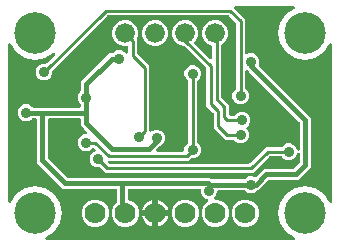
<source format=gbr>
G04 EAGLE Gerber RS-274X export*
G75*
%MOMM*%
%FSLAX34Y34*%
%LPD*%
%INBottom Copper*%
%IPPOS*%
%AMOC8*
5,1,8,0,0,1.08239X$1,22.5*%
G01*
%ADD10C,3.516000*%
%ADD11C,1.778000*%
%ADD12C,1.676400*%
%ADD13C,0.906400*%
%ADD14C,0.254000*%
%ADD15C,0.406400*%

G36*
X244100Y2554D02*
X244100Y2554D01*
X244204Y2558D01*
X244257Y2574D01*
X244311Y2581D01*
X244408Y2619D01*
X244509Y2649D01*
X244556Y2677D01*
X244607Y2698D01*
X244692Y2759D01*
X244781Y2813D01*
X244820Y2852D01*
X244865Y2884D01*
X244931Y2965D01*
X245004Y3039D01*
X245032Y3087D01*
X245067Y3129D01*
X245112Y3224D01*
X245164Y3314D01*
X245179Y3367D01*
X245203Y3417D01*
X245222Y3520D01*
X245251Y3620D01*
X245252Y3675D01*
X245263Y3729D01*
X245256Y3834D01*
X245259Y3938D01*
X245246Y3992D01*
X245243Y4047D01*
X245211Y4146D01*
X245187Y4248D01*
X245162Y4297D01*
X245145Y4349D01*
X245089Y4438D01*
X245041Y4530D01*
X245004Y4572D01*
X244975Y4618D01*
X244899Y4690D01*
X244829Y4768D01*
X244759Y4821D01*
X244743Y4836D01*
X244730Y4843D01*
X244701Y4865D01*
X237966Y9366D01*
X233050Y16722D01*
X231324Y25400D01*
X233050Y34078D01*
X237966Y41434D01*
X245322Y46350D01*
X254000Y48076D01*
X262678Y46350D01*
X270034Y41434D01*
X274535Y34699D01*
X274603Y34620D01*
X274664Y34535D01*
X274707Y34500D01*
X274743Y34459D01*
X274829Y34399D01*
X274909Y34333D01*
X274959Y34309D01*
X275005Y34278D01*
X275103Y34242D01*
X275197Y34197D01*
X275251Y34187D01*
X275303Y34168D01*
X275407Y34157D01*
X275510Y34137D01*
X275565Y34141D01*
X275619Y34135D01*
X275723Y34151D01*
X275827Y34157D01*
X275879Y34174D01*
X275934Y34182D01*
X276030Y34223D01*
X276129Y34255D01*
X276176Y34285D01*
X276227Y34306D01*
X276310Y34369D01*
X276398Y34425D01*
X276436Y34465D01*
X276480Y34499D01*
X276545Y34581D01*
X276616Y34657D01*
X276643Y34705D01*
X276677Y34748D01*
X276719Y34844D01*
X276770Y34935D01*
X276783Y34989D01*
X276806Y35039D01*
X276823Y35142D01*
X276849Y35243D01*
X276855Y35331D01*
X276858Y35353D01*
X276857Y35368D01*
X276859Y35404D01*
X276859Y167796D01*
X276846Y167900D01*
X276842Y168004D01*
X276826Y168057D01*
X276819Y168111D01*
X276781Y168208D01*
X276751Y168309D01*
X276723Y168356D01*
X276702Y168407D01*
X276641Y168492D01*
X276587Y168581D01*
X276548Y168620D01*
X276516Y168665D01*
X276435Y168731D01*
X276361Y168804D01*
X276313Y168832D01*
X276271Y168867D01*
X276176Y168912D01*
X276086Y168964D01*
X276033Y168979D01*
X275983Y169003D01*
X275880Y169022D01*
X275780Y169051D01*
X275725Y169052D01*
X275671Y169063D01*
X275566Y169056D01*
X275462Y169059D01*
X275408Y169046D01*
X275353Y169043D01*
X275254Y169011D01*
X275152Y168987D01*
X275103Y168962D01*
X275051Y168945D01*
X274962Y168889D01*
X274870Y168841D01*
X274828Y168804D01*
X274782Y168775D01*
X274710Y168699D01*
X274632Y168629D01*
X274579Y168559D01*
X274564Y168543D01*
X274557Y168530D01*
X274535Y168501D01*
X270034Y161766D01*
X262678Y156850D01*
X254000Y155124D01*
X245322Y156850D01*
X237966Y161766D01*
X233050Y169122D01*
X231324Y177800D01*
X233050Y186478D01*
X237966Y193834D01*
X244701Y198335D01*
X244780Y198403D01*
X244865Y198464D01*
X244900Y198507D01*
X244941Y198543D01*
X245001Y198629D01*
X245067Y198709D01*
X245091Y198759D01*
X245122Y198805D01*
X245158Y198903D01*
X245203Y198997D01*
X245213Y199051D01*
X245232Y199103D01*
X245243Y199207D01*
X245263Y199310D01*
X245259Y199365D01*
X245265Y199419D01*
X245249Y199523D01*
X245243Y199627D01*
X245226Y199679D01*
X245218Y199734D01*
X245177Y199830D01*
X245145Y199929D01*
X245115Y199976D01*
X245094Y200027D01*
X245031Y200110D01*
X244975Y200198D01*
X244935Y200236D01*
X244901Y200280D01*
X244819Y200345D01*
X244743Y200416D01*
X244695Y200443D01*
X244652Y200477D01*
X244556Y200519D01*
X244465Y200570D01*
X244411Y200583D01*
X244361Y200606D01*
X244258Y200623D01*
X244157Y200649D01*
X244069Y200655D01*
X244047Y200658D01*
X244032Y200657D01*
X243996Y200659D01*
X195144Y200659D01*
X195007Y200642D01*
X194868Y200629D01*
X194849Y200622D01*
X194829Y200619D01*
X194700Y200568D01*
X194569Y200521D01*
X194552Y200510D01*
X194533Y200502D01*
X194420Y200421D01*
X194305Y200343D01*
X194292Y200327D01*
X194276Y200316D01*
X194187Y200208D01*
X194095Y200104D01*
X194086Y200086D01*
X194073Y200071D01*
X194014Y199945D01*
X193950Y199821D01*
X193946Y199801D01*
X193937Y199783D01*
X193911Y199647D01*
X193881Y199511D01*
X193881Y199490D01*
X193877Y199471D01*
X193886Y199332D01*
X193890Y199193D01*
X193896Y199173D01*
X193897Y199153D01*
X193940Y199021D01*
X193979Y198887D01*
X193989Y198870D01*
X193995Y198851D01*
X194070Y198733D01*
X194140Y198613D01*
X194159Y198592D01*
X194165Y198582D01*
X194180Y198568D01*
X194247Y198493D01*
X200597Y192142D01*
X203201Y189538D01*
X203201Y161121D01*
X203207Y161072D01*
X203205Y161022D01*
X203227Y160915D01*
X203241Y160806D01*
X203259Y160759D01*
X203269Y160711D01*
X203317Y160612D01*
X203358Y160510D01*
X203387Y160470D01*
X203409Y160425D01*
X203480Y160342D01*
X203544Y160253D01*
X203583Y160221D01*
X203615Y160183D01*
X203705Y160120D01*
X203789Y160050D01*
X203834Y160029D01*
X203875Y160000D01*
X203978Y159961D01*
X204077Y159914D01*
X204126Y159905D01*
X204172Y159887D01*
X204282Y159875D01*
X204389Y159854D01*
X204439Y159858D01*
X204488Y159852D01*
X204597Y159867D01*
X204707Y159874D01*
X204754Y159889D01*
X204803Y159896D01*
X204956Y159948D01*
X206873Y160743D01*
X209687Y160743D01*
X212286Y159666D01*
X214276Y157676D01*
X215353Y155077D01*
X215353Y152263D01*
X214796Y150919D01*
X214788Y150891D01*
X214775Y150864D01*
X214746Y150737D01*
X214712Y150612D01*
X214712Y150583D01*
X214705Y150554D01*
X214709Y150424D01*
X214707Y150294D01*
X214714Y150266D01*
X214715Y150236D01*
X214751Y150111D01*
X214781Y149985D01*
X214795Y149959D01*
X214803Y149931D01*
X214869Y149819D01*
X214930Y149704D01*
X214950Y149682D01*
X214965Y149657D01*
X215071Y149536D01*
X258573Y106034D01*
X258573Y64146D01*
X248274Y53847D01*
X223557Y53847D01*
X223459Y53835D01*
X223360Y53832D01*
X223301Y53815D01*
X223241Y53807D01*
X223149Y53771D01*
X223054Y53743D01*
X223002Y53713D01*
X222946Y53690D01*
X222866Y53632D01*
X222780Y53582D01*
X222705Y53516D01*
X222688Y53504D01*
X222680Y53494D01*
X222659Y53476D01*
X214128Y44945D01*
X214038Y44942D01*
X213980Y44925D01*
X213920Y44917D01*
X213828Y44881D01*
X213733Y44853D01*
X213680Y44823D01*
X213624Y44800D01*
X213544Y44742D01*
X213459Y44692D01*
X213383Y44626D01*
X213367Y44614D01*
X213359Y44604D01*
X213338Y44585D01*
X212286Y43534D01*
X209687Y42457D01*
X206873Y42457D01*
X204274Y43534D01*
X203222Y44585D01*
X203144Y44646D01*
X203072Y44714D01*
X203019Y44743D01*
X202971Y44780D01*
X202880Y44820D01*
X202793Y44868D01*
X202735Y44883D01*
X202679Y44907D01*
X202581Y44922D01*
X202485Y44947D01*
X202385Y44953D01*
X202365Y44957D01*
X202353Y44955D01*
X202325Y44957D01*
X181062Y44957D01*
X180944Y44942D01*
X180825Y44935D01*
X180787Y44922D01*
X180746Y44917D01*
X180636Y44874D01*
X180523Y44837D01*
X180488Y44815D01*
X180451Y44800D01*
X180355Y44731D01*
X180254Y44667D01*
X180226Y44637D01*
X180193Y44614D01*
X180117Y44522D01*
X180036Y44435D01*
X180016Y44400D01*
X179991Y44369D01*
X179940Y44261D01*
X179882Y44157D01*
X179872Y44117D01*
X179855Y44081D01*
X179833Y43964D01*
X179803Y43849D01*
X179799Y43789D01*
X179795Y43769D01*
X179797Y43748D01*
X179793Y43688D01*
X179793Y43043D01*
X178716Y40444D01*
X177270Y38997D01*
X177185Y38888D01*
X177096Y38781D01*
X177087Y38762D01*
X177075Y38746D01*
X177019Y38618D01*
X176960Y38493D01*
X176957Y38473D01*
X176949Y38454D01*
X176927Y38316D01*
X176901Y38180D01*
X176902Y38160D01*
X176899Y38140D01*
X176912Y38001D01*
X176920Y37863D01*
X176927Y37844D01*
X176928Y37824D01*
X176976Y37692D01*
X177018Y37561D01*
X177029Y37543D01*
X177036Y37524D01*
X177114Y37409D01*
X177189Y37292D01*
X177203Y37278D01*
X177215Y37261D01*
X177319Y37169D01*
X177420Y37074D01*
X177438Y37064D01*
X177453Y37051D01*
X177577Y36987D01*
X177699Y36920D01*
X177718Y36915D01*
X177736Y36906D01*
X177872Y36876D01*
X178007Y36841D01*
X178035Y36839D01*
X178047Y36836D01*
X178067Y36837D01*
X178167Y36831D01*
X180074Y36831D01*
X184275Y35091D01*
X187491Y31875D01*
X189231Y27674D01*
X189231Y23126D01*
X187491Y18925D01*
X184275Y15709D01*
X180074Y13969D01*
X175526Y13969D01*
X171325Y15709D01*
X168109Y18925D01*
X166369Y23126D01*
X166369Y27674D01*
X168109Y31875D01*
X171353Y35118D01*
X171369Y35127D01*
X171492Y35193D01*
X171507Y35206D01*
X171525Y35216D01*
X171624Y35313D01*
X171727Y35407D01*
X171739Y35423D01*
X171753Y35438D01*
X171826Y35556D01*
X171902Y35672D01*
X171909Y35691D01*
X171919Y35709D01*
X171960Y35841D01*
X172005Y35973D01*
X172007Y35993D01*
X172013Y36013D01*
X172020Y36151D01*
X172031Y36290D01*
X172027Y36310D01*
X172028Y36330D01*
X172000Y36466D01*
X171976Y36603D01*
X171968Y36622D01*
X171964Y36642D01*
X171903Y36766D01*
X171846Y36893D01*
X171833Y36909D01*
X171824Y36927D01*
X171734Y37033D01*
X171647Y37142D01*
X171631Y37154D01*
X171618Y37169D01*
X171504Y37249D01*
X171393Y37333D01*
X171368Y37345D01*
X171358Y37353D01*
X171339Y37360D01*
X171248Y37404D01*
X168714Y38454D01*
X166724Y40444D01*
X165647Y43043D01*
X165647Y44958D01*
X165632Y45076D01*
X165625Y45195D01*
X165612Y45233D01*
X165607Y45274D01*
X165564Y45384D01*
X165527Y45497D01*
X165505Y45532D01*
X165490Y45569D01*
X165421Y45665D01*
X165357Y45766D01*
X165327Y45794D01*
X165304Y45827D01*
X165212Y45903D01*
X165125Y45984D01*
X165090Y46004D01*
X165059Y46029D01*
X164951Y46080D01*
X164847Y46138D01*
X164807Y46148D01*
X164771Y46165D01*
X164654Y46187D01*
X164539Y46217D01*
X164479Y46221D01*
X164459Y46225D01*
X164438Y46223D01*
X164378Y46227D01*
X104902Y46227D01*
X104784Y46212D01*
X104665Y46205D01*
X104627Y46192D01*
X104586Y46187D01*
X104476Y46144D01*
X104363Y46107D01*
X104328Y46085D01*
X104291Y46070D01*
X104195Y46001D01*
X104094Y45937D01*
X104066Y45907D01*
X104033Y45884D01*
X103957Y45792D01*
X103876Y45705D01*
X103856Y45670D01*
X103831Y45639D01*
X103780Y45531D01*
X103722Y45427D01*
X103712Y45387D01*
X103695Y45351D01*
X103673Y45234D01*
X103643Y45119D01*
X103639Y45059D01*
X103635Y45039D01*
X103637Y45018D01*
X103633Y44958D01*
X103633Y37779D01*
X103636Y37749D01*
X103634Y37720D01*
X103656Y37592D01*
X103673Y37463D01*
X103683Y37436D01*
X103688Y37407D01*
X103742Y37288D01*
X103790Y37167D01*
X103807Y37144D01*
X103819Y37117D01*
X103900Y37015D01*
X103976Y36910D01*
X103999Y36891D01*
X104018Y36868D01*
X104121Y36790D01*
X104221Y36707D01*
X104248Y36695D01*
X104272Y36677D01*
X104416Y36606D01*
X108075Y35091D01*
X111291Y31875D01*
X113031Y27674D01*
X113031Y23126D01*
X111291Y18925D01*
X108075Y15709D01*
X103874Y13969D01*
X99326Y13969D01*
X95125Y15709D01*
X91909Y18925D01*
X90169Y23126D01*
X90169Y27674D01*
X91909Y31875D01*
X94116Y34081D01*
X94176Y34159D01*
X94244Y34231D01*
X94273Y34284D01*
X94310Y34332D01*
X94350Y34423D01*
X94398Y34510D01*
X94413Y34568D01*
X94437Y34624D01*
X94452Y34722D01*
X94477Y34818D01*
X94483Y34918D01*
X94487Y34938D01*
X94485Y34950D01*
X94487Y34978D01*
X94487Y44958D01*
X94472Y45076D01*
X94465Y45195D01*
X94452Y45233D01*
X94447Y45274D01*
X94404Y45384D01*
X94367Y45497D01*
X94345Y45532D01*
X94330Y45569D01*
X94261Y45665D01*
X94197Y45766D01*
X94167Y45794D01*
X94144Y45827D01*
X94052Y45903D01*
X93965Y45984D01*
X93930Y46004D01*
X93899Y46029D01*
X93791Y46080D01*
X93687Y46138D01*
X93647Y46148D01*
X93611Y46165D01*
X93494Y46187D01*
X93379Y46217D01*
X93319Y46221D01*
X93299Y46225D01*
X93278Y46223D01*
X93218Y46227D01*
X48906Y46227D01*
X26876Y68257D01*
X26876Y104347D01*
X26861Y104465D01*
X26854Y104583D01*
X26841Y104622D01*
X26836Y104662D01*
X26792Y104773D01*
X26755Y104886D01*
X26734Y104920D01*
X26719Y104958D01*
X26649Y105054D01*
X26585Y105155D01*
X26556Y105182D01*
X26532Y105215D01*
X26440Y105291D01*
X26354Y105373D01*
X26318Y105392D01*
X26287Y105418D01*
X26179Y105469D01*
X26075Y105526D01*
X26036Y105536D01*
X25999Y105553D01*
X25883Y105576D01*
X25767Y105606D01*
X25707Y105609D01*
X25687Y105613D01*
X25667Y105612D01*
X25607Y105616D01*
X23434Y105616D01*
X23336Y105603D01*
X23237Y105600D01*
X23178Y105584D01*
X23118Y105576D01*
X23026Y105540D01*
X22931Y105512D01*
X22879Y105481D01*
X22823Y105459D01*
X22743Y105401D01*
X22657Y105350D01*
X22582Y105284D01*
X22565Y105272D01*
X22557Y105263D01*
X22536Y105244D01*
X21786Y104494D01*
X19187Y103417D01*
X16373Y103417D01*
X13774Y104494D01*
X11784Y106484D01*
X10707Y109083D01*
X10707Y111897D01*
X11784Y114496D01*
X13774Y116486D01*
X16373Y117563D01*
X19187Y117563D01*
X21786Y116486D01*
X23139Y115133D01*
X23217Y115072D01*
X23290Y115004D01*
X23343Y114975D01*
X23391Y114938D01*
X23481Y114899D01*
X23568Y114851D01*
X23627Y114836D01*
X23682Y114812D01*
X23780Y114796D01*
X23876Y114772D01*
X23976Y114765D01*
X23996Y114762D01*
X24009Y114763D01*
X24037Y114761D01*
X62738Y114761D01*
X62856Y114776D01*
X62975Y114784D01*
X63013Y114796D01*
X63054Y114801D01*
X63164Y114845D01*
X63277Y114882D01*
X63312Y114903D01*
X63349Y114918D01*
X63445Y114988D01*
X63546Y115052D01*
X63574Y115081D01*
X63607Y115105D01*
X63683Y115197D01*
X63764Y115283D01*
X63784Y115319D01*
X63809Y115350D01*
X63860Y115458D01*
X63918Y115562D01*
X63928Y115601D01*
X63945Y115638D01*
X63967Y115754D01*
X63997Y115870D01*
X64001Y115930D01*
X64005Y115950D01*
X64003Y115970D01*
X64007Y116031D01*
X64007Y117235D01*
X63995Y117333D01*
X63992Y117432D01*
X63975Y117490D01*
X63967Y117550D01*
X63931Y117642D01*
X63903Y117737D01*
X63873Y117790D01*
X63850Y117846D01*
X63792Y117926D01*
X63742Y118011D01*
X63676Y118087D01*
X63664Y118103D01*
X63654Y118111D01*
X63635Y118132D01*
X62584Y119184D01*
X61507Y121783D01*
X61507Y124597D01*
X62584Y127196D01*
X63635Y128248D01*
X63696Y128326D01*
X63764Y128398D01*
X63793Y128451D01*
X63830Y128499D01*
X63870Y128590D01*
X63918Y128677D01*
X63933Y128735D01*
X63957Y128791D01*
X63972Y128889D01*
X63997Y128985D01*
X64003Y129085D01*
X64007Y129105D01*
X64005Y129117D01*
X64007Y129145D01*
X64007Y136514D01*
X88276Y160783D01*
X90565Y160783D01*
X90663Y160795D01*
X90762Y160798D01*
X90820Y160815D01*
X90880Y160823D01*
X90972Y160859D01*
X91067Y160887D01*
X91120Y160917D01*
X91176Y160940D01*
X91256Y160998D01*
X91341Y161048D01*
X91417Y161114D01*
X91433Y161126D01*
X91441Y161136D01*
X91462Y161155D01*
X92514Y162206D01*
X95113Y163283D01*
X97927Y163283D01*
X100526Y162206D01*
X101973Y160760D01*
X102082Y160675D01*
X102189Y160586D01*
X102208Y160577D01*
X102224Y160565D01*
X102352Y160509D01*
X102477Y160450D01*
X102497Y160447D01*
X102516Y160439D01*
X102654Y160417D01*
X102790Y160391D01*
X102810Y160392D01*
X102830Y160389D01*
X102969Y160402D01*
X103107Y160410D01*
X103126Y160417D01*
X103146Y160418D01*
X103278Y160466D01*
X103409Y160508D01*
X103427Y160519D01*
X103446Y160526D01*
X103561Y160604D01*
X103678Y160679D01*
X103692Y160693D01*
X103709Y160705D01*
X103801Y160809D01*
X103896Y160910D01*
X103906Y160928D01*
X103919Y160943D01*
X103983Y161067D01*
X104050Y161189D01*
X104055Y161208D01*
X104064Y161226D01*
X104094Y161362D01*
X104129Y161497D01*
X104131Y161525D01*
X104134Y161537D01*
X104133Y161557D01*
X104139Y161657D01*
X104139Y165608D01*
X104124Y165726D01*
X104117Y165845D01*
X104104Y165883D01*
X104099Y165924D01*
X104056Y166034D01*
X104019Y166147D01*
X103997Y166182D01*
X103982Y166219D01*
X103913Y166315D01*
X103849Y166416D01*
X103819Y166444D01*
X103796Y166477D01*
X103704Y166553D01*
X103617Y166634D01*
X103582Y166654D01*
X103551Y166679D01*
X103443Y166730D01*
X103339Y166788D01*
X103299Y166798D01*
X103263Y166815D01*
X103146Y166837D01*
X103031Y166867D01*
X102971Y166871D01*
X102951Y166875D01*
X102930Y166873D01*
X102870Y166877D01*
X99427Y166877D01*
X95413Y168540D01*
X92340Y171613D01*
X90677Y175627D01*
X90677Y179973D01*
X92340Y183987D01*
X95413Y187060D01*
X99427Y188723D01*
X103773Y188723D01*
X107787Y187060D01*
X110860Y183987D01*
X112523Y179973D01*
X112523Y175627D01*
X111857Y174021D01*
X111855Y174012D01*
X111850Y174004D01*
X111813Y173859D01*
X111773Y173714D01*
X111773Y173705D01*
X111771Y173696D01*
X111761Y173535D01*
X111761Y160854D01*
X111773Y160756D01*
X111776Y160657D01*
X111793Y160599D01*
X111801Y160539D01*
X111837Y160447D01*
X111865Y160351D01*
X111895Y160299D01*
X111918Y160243D01*
X111976Y160163D01*
X112026Y160078D01*
X112092Y160002D01*
X112104Y159986D01*
X112114Y159978D01*
X112132Y159957D01*
X121921Y150168D01*
X121921Y95617D01*
X121938Y95479D01*
X121951Y95341D01*
X121958Y95322D01*
X121961Y95302D01*
X122012Y95172D01*
X122059Y95042D01*
X122070Y95025D01*
X122078Y95006D01*
X122159Y94894D01*
X122237Y94778D01*
X122253Y94765D01*
X122264Y94749D01*
X122372Y94660D01*
X122476Y94568D01*
X122494Y94559D01*
X122509Y94546D01*
X122635Y94487D01*
X122759Y94423D01*
X122779Y94419D01*
X122797Y94410D01*
X122933Y94384D01*
X123069Y94354D01*
X123090Y94354D01*
X123109Y94351D01*
X123248Y94359D01*
X123387Y94363D01*
X123407Y94369D01*
X123427Y94370D01*
X123559Y94413D01*
X123693Y94452D01*
X123710Y94462D01*
X123729Y94468D01*
X123847Y94543D01*
X123967Y94613D01*
X123988Y94632D01*
X123998Y94639D01*
X124012Y94654D01*
X124088Y94720D01*
X124264Y94896D01*
X126863Y95973D01*
X129677Y95973D01*
X132276Y94896D01*
X134266Y92906D01*
X135343Y90307D01*
X135343Y87493D01*
X134266Y84894D01*
X132276Y82904D01*
X130810Y82297D01*
X130802Y82292D01*
X130793Y82290D01*
X130664Y82213D01*
X130534Y82139D01*
X130527Y82133D01*
X130519Y82128D01*
X130398Y82022D01*
X128014Y79637D01*
X127929Y79528D01*
X127840Y79421D01*
X127832Y79402D01*
X127819Y79386D01*
X127764Y79258D01*
X127705Y79133D01*
X127701Y79113D01*
X127693Y79094D01*
X127671Y78956D01*
X127645Y78820D01*
X127646Y78800D01*
X127643Y78780D01*
X127656Y78641D01*
X127665Y78503D01*
X127671Y78484D01*
X127673Y78464D01*
X127720Y78332D01*
X127763Y78201D01*
X127774Y78183D01*
X127781Y78164D01*
X127859Y78049D01*
X127933Y77932D01*
X127948Y77918D01*
X127959Y77901D01*
X128063Y77809D01*
X128165Y77714D01*
X128182Y77704D01*
X128198Y77691D01*
X128321Y77627D01*
X128443Y77560D01*
X128463Y77555D01*
X128481Y77546D01*
X128617Y77516D01*
X128751Y77481D01*
X128779Y77479D01*
X128791Y77476D01*
X128812Y77477D01*
X128912Y77471D01*
X150408Y77471D01*
X150526Y77486D01*
X150645Y77493D01*
X150683Y77506D01*
X150724Y77511D01*
X150834Y77554D01*
X150947Y77591D01*
X150982Y77613D01*
X151019Y77628D01*
X151115Y77697D01*
X151216Y77761D01*
X151244Y77791D01*
X151277Y77814D01*
X151353Y77906D01*
X151434Y77993D01*
X151454Y78028D01*
X151479Y78059D01*
X151530Y78167D01*
X151588Y78271D01*
X151598Y78311D01*
X151615Y78347D01*
X151637Y78464D01*
X151667Y78579D01*
X151671Y78639D01*
X151675Y78659D01*
X151673Y78680D01*
X151677Y78740D01*
X151677Y80147D01*
X152754Y82746D01*
X154568Y84560D01*
X154628Y84638D01*
X154696Y84710D01*
X154725Y84763D01*
X154762Y84811D01*
X154802Y84902D01*
X154850Y84989D01*
X154865Y85047D01*
X154889Y85103D01*
X154904Y85201D01*
X154929Y85297D01*
X154935Y85397D01*
X154939Y85417D01*
X154937Y85429D01*
X154939Y85457D01*
X154939Y136793D01*
X154927Y136891D01*
X154924Y136990D01*
X154907Y137048D01*
X154899Y137108D01*
X154863Y137200D01*
X154835Y137295D01*
X154805Y137348D01*
X154782Y137404D01*
X154724Y137484D01*
X154674Y137569D01*
X154608Y137645D01*
X154596Y137661D01*
X154586Y137669D01*
X154568Y137690D01*
X152754Y139504D01*
X151677Y142103D01*
X151677Y144917D01*
X152754Y147516D01*
X154744Y149506D01*
X157343Y150583D01*
X160157Y150583D01*
X162756Y149506D01*
X164746Y147516D01*
X165823Y144917D01*
X165823Y142103D01*
X164746Y139504D01*
X162932Y137690D01*
X162872Y137612D01*
X162804Y137540D01*
X162775Y137487D01*
X162738Y137439D01*
X162698Y137348D01*
X162650Y137261D01*
X162635Y137203D01*
X162611Y137147D01*
X162596Y137049D01*
X162571Y136953D01*
X162565Y136853D01*
X162561Y136833D01*
X162563Y136821D01*
X162561Y136793D01*
X162561Y85457D01*
X162573Y85359D01*
X162576Y85260D01*
X162593Y85202D01*
X162601Y85142D01*
X162637Y85050D01*
X162665Y84955D01*
X162695Y84902D01*
X162718Y84846D01*
X162776Y84766D01*
X162826Y84681D01*
X162892Y84605D01*
X162904Y84589D01*
X162914Y84581D01*
X162932Y84560D01*
X164746Y82746D01*
X165823Y80147D01*
X165823Y77333D01*
X164746Y74734D01*
X162756Y72744D01*
X160157Y71667D01*
X157592Y71667D01*
X157494Y71655D01*
X157395Y71652D01*
X157337Y71635D01*
X157277Y71627D01*
X157185Y71591D01*
X157089Y71563D01*
X157037Y71533D01*
X156981Y71510D01*
X156901Y71452D01*
X156816Y71402D01*
X156740Y71336D01*
X156724Y71324D01*
X156716Y71314D01*
X156695Y71296D01*
X155248Y69849D01*
X88464Y69849D01*
X88440Y69846D01*
X88415Y69848D01*
X88282Y69826D01*
X88149Y69809D01*
X88126Y69800D01*
X88101Y69796D01*
X87978Y69742D01*
X87853Y69692D01*
X87833Y69678D01*
X87810Y69668D01*
X87705Y69585D01*
X87596Y69506D01*
X87580Y69486D01*
X87560Y69471D01*
X87479Y69364D01*
X87393Y69261D01*
X87382Y69238D01*
X87367Y69219D01*
X87314Y69094D01*
X87257Y68973D01*
X87253Y68949D01*
X87243Y68926D01*
X87223Y68792D01*
X87197Y68661D01*
X87199Y68636D01*
X87195Y68611D01*
X87209Y68477D01*
X87217Y68343D01*
X87225Y68320D01*
X87227Y68295D01*
X87274Y68169D01*
X87315Y68041D01*
X87328Y68020D01*
X87337Y67996D01*
X87413Y67886D01*
X87485Y67772D01*
X87503Y67755D01*
X87517Y67735D01*
X87619Y67646D01*
X87717Y67554D01*
X87739Y67542D01*
X87757Y67526D01*
X87897Y67445D01*
X87948Y67427D01*
X87996Y67400D01*
X88097Y67374D01*
X88197Y67339D01*
X88251Y67335D01*
X88304Y67321D01*
X88464Y67311D01*
X206176Y67311D01*
X206274Y67323D01*
X206373Y67326D01*
X206431Y67343D01*
X206491Y67351D01*
X206583Y67387D01*
X206679Y67415D01*
X206731Y67445D01*
X206787Y67468D01*
X206867Y67526D01*
X206952Y67576D01*
X207028Y67642D01*
X207044Y67654D01*
X207052Y67664D01*
X207073Y67682D01*
X220672Y81281D01*
X233313Y81281D01*
X233411Y81293D01*
X233510Y81296D01*
X233568Y81313D01*
X233628Y81321D01*
X233720Y81357D01*
X233815Y81385D01*
X233868Y81415D01*
X233924Y81438D01*
X234004Y81496D01*
X234089Y81546D01*
X234165Y81612D01*
X234181Y81624D01*
X234189Y81634D01*
X234210Y81652D01*
X236024Y83466D01*
X238623Y84543D01*
X241437Y84543D01*
X244036Y83466D01*
X246026Y81476D01*
X246985Y79160D01*
X247020Y79099D01*
X247046Y79035D01*
X247098Y78962D01*
X247143Y78884D01*
X247191Y78834D01*
X247232Y78777D01*
X247302Y78720D01*
X247364Y78655D01*
X247424Y78619D01*
X247477Y78574D01*
X247559Y78536D01*
X247635Y78489D01*
X247702Y78469D01*
X247765Y78439D01*
X247853Y78422D01*
X247939Y78396D01*
X248009Y78392D01*
X248078Y78379D01*
X248167Y78385D01*
X248257Y78380D01*
X248325Y78395D01*
X248395Y78399D01*
X248480Y78427D01*
X248568Y78445D01*
X248631Y78475D01*
X248697Y78497D01*
X248773Y78545D01*
X248854Y78584D01*
X248907Y78630D01*
X248966Y78667D01*
X249028Y78732D01*
X249096Y78791D01*
X249136Y78848D01*
X249184Y78899D01*
X249227Y78977D01*
X249279Y79051D01*
X249304Y79116D01*
X249338Y79177D01*
X249360Y79264D01*
X249392Y79348D01*
X249400Y79418D01*
X249417Y79485D01*
X249427Y79646D01*
X249427Y101720D01*
X249415Y101818D01*
X249412Y101917D01*
X249395Y101976D01*
X249387Y102036D01*
X249351Y102128D01*
X249323Y102223D01*
X249293Y102275D01*
X249270Y102331D01*
X249212Y102411D01*
X249162Y102497D01*
X249096Y102572D01*
X249084Y102589D01*
X249074Y102597D01*
X249056Y102618D01*
X206758Y144916D01*
X205367Y146306D01*
X205258Y146391D01*
X205151Y146480D01*
X205132Y146488D01*
X205116Y146501D01*
X204989Y146556D01*
X204863Y146615D01*
X204843Y146619D01*
X204824Y146627D01*
X204686Y146649D01*
X204550Y146675D01*
X204530Y146674D01*
X204510Y146677D01*
X204371Y146664D01*
X204233Y146655D01*
X204214Y146649D01*
X204194Y146647D01*
X204062Y146600D01*
X203931Y146557D01*
X203913Y146546D01*
X203894Y146539D01*
X203779Y146461D01*
X203662Y146387D01*
X203648Y146372D01*
X203631Y146361D01*
X203539Y146257D01*
X203444Y146155D01*
X203434Y146138D01*
X203421Y146122D01*
X203357Y145998D01*
X203290Y145877D01*
X203285Y145857D01*
X203276Y145839D01*
X203246Y145703D01*
X203211Y145569D01*
X203209Y145541D01*
X203206Y145529D01*
X203207Y145508D01*
X203201Y145408D01*
X203201Y131177D01*
X203213Y131079D01*
X203216Y130980D01*
X203233Y130922D01*
X203241Y130862D01*
X203277Y130770D01*
X203305Y130675D01*
X203335Y130622D01*
X203358Y130566D01*
X203416Y130486D01*
X203466Y130401D01*
X203532Y130325D01*
X203544Y130309D01*
X203554Y130301D01*
X203572Y130280D01*
X205386Y128466D01*
X206463Y125867D01*
X206463Y123053D01*
X205386Y120454D01*
X203396Y118464D01*
X200797Y117387D01*
X197983Y117387D01*
X195384Y118464D01*
X193394Y120454D01*
X192317Y123053D01*
X192317Y125867D01*
X193394Y128466D01*
X195208Y130280D01*
X195268Y130358D01*
X195336Y130430D01*
X195365Y130483D01*
X195402Y130531D01*
X195442Y130622D01*
X195490Y130709D01*
X195505Y130767D01*
X195529Y130823D01*
X195544Y130921D01*
X195569Y131017D01*
X195575Y131117D01*
X195579Y131137D01*
X195577Y131149D01*
X195579Y131177D01*
X195579Y185856D01*
X195567Y185954D01*
X195564Y186053D01*
X195547Y186111D01*
X195539Y186171D01*
X195503Y186263D01*
X195475Y186359D01*
X195445Y186411D01*
X195422Y186467D01*
X195364Y186547D01*
X195314Y186632D01*
X195248Y186708D01*
X195236Y186724D01*
X195226Y186732D01*
X195208Y186753D01*
X189293Y192668D01*
X189215Y192728D01*
X189143Y192796D01*
X189090Y192825D01*
X189042Y192862D01*
X188951Y192902D01*
X188864Y192950D01*
X188806Y192965D01*
X188750Y192989D01*
X188652Y193004D01*
X188556Y193029D01*
X188456Y193035D01*
X188436Y193039D01*
X188424Y193037D01*
X188396Y193039D01*
X87194Y193039D01*
X87096Y193027D01*
X86997Y193024D01*
X86939Y193007D01*
X86879Y192999D01*
X86787Y192963D01*
X86691Y192935D01*
X86639Y192905D01*
X86583Y192882D01*
X86503Y192824D01*
X86418Y192774D01*
X86342Y192708D01*
X86326Y192696D01*
X86318Y192686D01*
X86297Y192668D01*
X40464Y146835D01*
X40404Y146757D01*
X40336Y146685D01*
X40307Y146632D01*
X40270Y146584D01*
X40230Y146493D01*
X40182Y146406D01*
X40167Y146348D01*
X40143Y146292D01*
X40128Y146194D01*
X40103Y146098D01*
X40097Y145998D01*
X40093Y145978D01*
X40095Y145966D01*
X40093Y145938D01*
X40093Y143373D01*
X39016Y140774D01*
X37026Y138784D01*
X34427Y137707D01*
X31613Y137707D01*
X29014Y138784D01*
X27024Y140774D01*
X25947Y143373D01*
X25947Y146187D01*
X27024Y148786D01*
X29014Y150776D01*
X31613Y151853D01*
X34178Y151853D01*
X34276Y151865D01*
X34375Y151868D01*
X34433Y151885D01*
X34493Y151893D01*
X34585Y151929D01*
X34681Y151957D01*
X34733Y151987D01*
X34789Y152010D01*
X34869Y152068D01*
X34954Y152118D01*
X35030Y152184D01*
X35046Y152196D01*
X35054Y152206D01*
X35075Y152224D01*
X41912Y159062D01*
X41934Y159089D01*
X41960Y159112D01*
X42031Y159214D01*
X42107Y159313D01*
X42121Y159345D01*
X42141Y159374D01*
X42184Y159490D01*
X42234Y159605D01*
X42239Y159639D01*
X42251Y159672D01*
X42264Y159796D01*
X42284Y159919D01*
X42280Y159954D01*
X42284Y159988D01*
X42265Y160111D01*
X42254Y160235D01*
X42242Y160268D01*
X42237Y160303D01*
X42188Y160417D01*
X42146Y160535D01*
X42126Y160564D01*
X42113Y160596D01*
X42037Y160695D01*
X41968Y160798D01*
X41941Y160821D01*
X41920Y160849D01*
X41823Y160926D01*
X41729Y161008D01*
X41698Y161024D01*
X41670Y161046D01*
X41557Y161096D01*
X41446Y161153D01*
X41412Y161161D01*
X41380Y161175D01*
X41257Y161195D01*
X41136Y161223D01*
X41101Y161221D01*
X41066Y161227D01*
X40942Y161217D01*
X40818Y161213D01*
X40784Y161203D01*
X40749Y161200D01*
X40632Y161159D01*
X40512Y161124D01*
X40482Y161107D01*
X40449Y161095D01*
X40310Y161014D01*
X34078Y156850D01*
X25400Y155124D01*
X16722Y156850D01*
X9366Y161766D01*
X4865Y168501D01*
X4797Y168580D01*
X4736Y168665D01*
X4693Y168700D01*
X4657Y168741D01*
X4571Y168801D01*
X4491Y168867D01*
X4441Y168891D01*
X4395Y168922D01*
X4297Y168958D01*
X4203Y169003D01*
X4149Y169013D01*
X4097Y169032D01*
X3993Y169043D01*
X3890Y169063D01*
X3835Y169059D01*
X3781Y169065D01*
X3677Y169049D01*
X3573Y169043D01*
X3521Y169026D01*
X3466Y169018D01*
X3370Y168977D01*
X3271Y168945D01*
X3224Y168915D01*
X3173Y168894D01*
X3090Y168831D01*
X3002Y168775D01*
X2964Y168735D01*
X2920Y168701D01*
X2855Y168619D01*
X2784Y168543D01*
X2757Y168495D01*
X2723Y168452D01*
X2681Y168356D01*
X2630Y168265D01*
X2617Y168211D01*
X2594Y168161D01*
X2577Y168058D01*
X2551Y167957D01*
X2545Y167869D01*
X2542Y167847D01*
X2543Y167832D01*
X2541Y167796D01*
X2541Y35404D01*
X2554Y35300D01*
X2558Y35196D01*
X2574Y35143D01*
X2581Y35089D01*
X2619Y34992D01*
X2649Y34891D01*
X2677Y34844D01*
X2698Y34793D01*
X2759Y34708D01*
X2813Y34619D01*
X2852Y34580D01*
X2884Y34535D01*
X2965Y34469D01*
X3039Y34396D01*
X3087Y34368D01*
X3129Y34333D01*
X3224Y34288D01*
X3314Y34236D01*
X3367Y34221D01*
X3417Y34197D01*
X3520Y34178D01*
X3620Y34149D01*
X3675Y34148D01*
X3729Y34137D01*
X3834Y34144D01*
X3938Y34141D01*
X3992Y34154D01*
X4047Y34157D01*
X4146Y34189D01*
X4248Y34213D01*
X4297Y34238D01*
X4349Y34255D01*
X4438Y34311D01*
X4530Y34359D01*
X4572Y34396D01*
X4618Y34425D01*
X4690Y34501D01*
X4768Y34571D01*
X4821Y34641D01*
X4836Y34657D01*
X4843Y34670D01*
X4865Y34699D01*
X9366Y41434D01*
X16722Y46350D01*
X25400Y48076D01*
X34078Y46350D01*
X41434Y41434D01*
X46350Y34078D01*
X48076Y25400D01*
X46350Y16722D01*
X41434Y9366D01*
X34699Y4865D01*
X34620Y4797D01*
X34535Y4736D01*
X34500Y4693D01*
X34459Y4657D01*
X34399Y4571D01*
X34333Y4491D01*
X34309Y4441D01*
X34278Y4395D01*
X34242Y4297D01*
X34197Y4203D01*
X34187Y4149D01*
X34168Y4097D01*
X34157Y3993D01*
X34137Y3890D01*
X34141Y3835D01*
X34135Y3781D01*
X34151Y3677D01*
X34157Y3573D01*
X34174Y3521D01*
X34182Y3466D01*
X34223Y3370D01*
X34255Y3271D01*
X34285Y3224D01*
X34306Y3173D01*
X34369Y3090D01*
X34425Y3002D01*
X34465Y2964D01*
X34499Y2920D01*
X34581Y2855D01*
X34657Y2784D01*
X34705Y2757D01*
X34748Y2723D01*
X34844Y2681D01*
X34935Y2630D01*
X34989Y2617D01*
X35039Y2594D01*
X35142Y2577D01*
X35243Y2551D01*
X35331Y2545D01*
X35353Y2542D01*
X35368Y2543D01*
X35404Y2541D01*
X243996Y2541D01*
X244100Y2554D01*
G37*
G36*
X202423Y54115D02*
X202423Y54115D01*
X202522Y54118D01*
X202580Y54135D01*
X202640Y54143D01*
X202732Y54179D01*
X202827Y54207D01*
X202880Y54237D01*
X202936Y54260D01*
X203016Y54318D01*
X203101Y54368D01*
X203177Y54434D01*
X203193Y54446D01*
X203201Y54456D01*
X203222Y54475D01*
X204274Y55526D01*
X206873Y56603D01*
X209687Y56603D01*
X211142Y56000D01*
X211171Y55992D01*
X211197Y55979D01*
X211323Y55950D01*
X211449Y55916D01*
X211478Y55916D01*
X211507Y55909D01*
X211637Y55913D01*
X211767Y55911D01*
X211795Y55918D01*
X211825Y55919D01*
X211950Y55955D01*
X212076Y55985D01*
X212102Y55999D01*
X212130Y56007D01*
X212242Y56073D01*
X212357Y56134D01*
X212379Y56154D01*
X212404Y56169D01*
X212525Y56275D01*
X219243Y62993D01*
X243960Y62993D01*
X244058Y63005D01*
X244157Y63008D01*
X244216Y63025D01*
X244276Y63033D01*
X244368Y63069D01*
X244463Y63097D01*
X244515Y63127D01*
X244571Y63150D01*
X244651Y63208D01*
X244737Y63258D01*
X244812Y63324D01*
X244829Y63336D01*
X244837Y63346D01*
X244858Y63364D01*
X249056Y67562D01*
X249116Y67641D01*
X249184Y67713D01*
X249213Y67766D01*
X249250Y67814D01*
X249290Y67905D01*
X249338Y67991D01*
X249353Y68050D01*
X249377Y68105D01*
X249392Y68203D01*
X249417Y68299D01*
X249423Y68399D01*
X249427Y68420D01*
X249425Y68432D01*
X249427Y68460D01*
X249427Y75294D01*
X249419Y75363D01*
X249420Y75433D01*
X249399Y75521D01*
X249387Y75610D01*
X249362Y75675D01*
X249345Y75742D01*
X249303Y75822D01*
X249270Y75905D01*
X249229Y75962D01*
X249197Y76024D01*
X249136Y76090D01*
X249084Y76163D01*
X249030Y76207D01*
X248983Y76259D01*
X248908Y76308D01*
X248839Y76366D01*
X248775Y76395D01*
X248717Y76434D01*
X248632Y76463D01*
X248551Y76501D01*
X248482Y76514D01*
X248416Y76537D01*
X248327Y76544D01*
X248239Y76561D01*
X248169Y76557D01*
X248099Y76562D01*
X248011Y76547D01*
X247921Y76541D01*
X247855Y76520D01*
X247786Y76508D01*
X247704Y76471D01*
X247619Y76443D01*
X247560Y76406D01*
X247496Y76377D01*
X247426Y76321D01*
X247350Y76273D01*
X247302Y76222D01*
X247248Y76179D01*
X247193Y76107D01*
X247132Y76041D01*
X247098Y75980D01*
X247056Y75924D01*
X246985Y75780D01*
X246026Y73464D01*
X244036Y71474D01*
X241437Y70397D01*
X238623Y70397D01*
X236024Y71474D01*
X234210Y73288D01*
X234132Y73348D01*
X234060Y73416D01*
X234007Y73445D01*
X233959Y73482D01*
X233868Y73522D01*
X233781Y73570D01*
X233723Y73585D01*
X233667Y73609D01*
X233569Y73624D01*
X233473Y73649D01*
X233373Y73655D01*
X233353Y73659D01*
X233341Y73657D01*
X233313Y73659D01*
X224354Y73659D01*
X224256Y73647D01*
X224157Y73644D01*
X224099Y73627D01*
X224039Y73619D01*
X223947Y73583D01*
X223851Y73555D01*
X223799Y73525D01*
X223743Y73502D01*
X223663Y73444D01*
X223578Y73394D01*
X223502Y73328D01*
X223486Y73316D01*
X223478Y73306D01*
X223457Y73288D01*
X209858Y59689D01*
X84782Y59689D01*
X80795Y63676D01*
X80717Y63736D01*
X80645Y63804D01*
X80592Y63833D01*
X80544Y63870D01*
X80453Y63910D01*
X80366Y63958D01*
X80308Y63973D01*
X80252Y63997D01*
X80154Y64012D01*
X80058Y64037D01*
X79958Y64043D01*
X79938Y64047D01*
X79926Y64045D01*
X79898Y64047D01*
X77333Y64047D01*
X74734Y65124D01*
X72744Y67114D01*
X71667Y69713D01*
X71667Y72527D01*
X72744Y75126D01*
X74734Y77116D01*
X75843Y77576D01*
X75886Y77600D01*
X75933Y77617D01*
X76024Y77679D01*
X76120Y77733D01*
X76155Y77768D01*
X76196Y77796D01*
X76269Y77878D01*
X76348Y77954D01*
X76374Y77997D01*
X76407Y78034D01*
X76457Y78132D01*
X76514Y78226D01*
X76529Y78273D01*
X76551Y78317D01*
X76575Y78424D01*
X76608Y78529D01*
X76610Y78579D01*
X76621Y78628D01*
X76618Y78737D01*
X76623Y78847D01*
X76613Y78896D01*
X76611Y78945D01*
X76581Y79051D01*
X76559Y79159D01*
X76537Y79203D01*
X76523Y79251D01*
X76467Y79345D01*
X76419Y79444D01*
X76387Y79482D01*
X76361Y79525D01*
X76255Y79646D01*
X75594Y80307D01*
X75500Y80380D01*
X75411Y80459D01*
X75375Y80477D01*
X75343Y80502D01*
X75233Y80549D01*
X75128Y80603D01*
X75088Y80612D01*
X75051Y80628D01*
X74933Y80647D01*
X74817Y80673D01*
X74777Y80672D01*
X74737Y80678D01*
X74618Y80667D01*
X74499Y80663D01*
X74460Y80652D01*
X74420Y80648D01*
X74308Y80608D01*
X74194Y80575D01*
X74159Y80554D01*
X74121Y80540D01*
X74022Y80474D01*
X73920Y80413D01*
X73875Y80373D01*
X73858Y80362D01*
X73844Y80347D01*
X73799Y80307D01*
X72586Y79094D01*
X69987Y78017D01*
X67173Y78017D01*
X64574Y79094D01*
X62584Y81084D01*
X61507Y83683D01*
X61507Y86497D01*
X62584Y89096D01*
X64574Y91086D01*
X67173Y92163D01*
X68486Y92163D01*
X68624Y92180D01*
X68763Y92193D01*
X68782Y92200D01*
X68802Y92203D01*
X68931Y92254D01*
X69062Y92301D01*
X69079Y92312D01*
X69097Y92320D01*
X69210Y92401D01*
X69325Y92479D01*
X69338Y92495D01*
X69355Y92506D01*
X69444Y92614D01*
X69535Y92718D01*
X69545Y92736D01*
X69558Y92751D01*
X69617Y92877D01*
X69680Y93001D01*
X69685Y93021D01*
X69693Y93039D01*
X69719Y93175D01*
X69750Y93311D01*
X69749Y93332D01*
X69753Y93351D01*
X69744Y93490D01*
X69740Y93629D01*
X69734Y93649D01*
X69733Y93669D01*
X69690Y93801D01*
X69652Y93935D01*
X69641Y93952D01*
X69635Y93971D01*
X69561Y94089D01*
X69490Y94209D01*
X69472Y94230D01*
X69465Y94240D01*
X69450Y94254D01*
X69384Y94329D01*
X67058Y96656D01*
X64007Y99706D01*
X64007Y104347D01*
X63992Y104465D01*
X63985Y104583D01*
X63972Y104622D01*
X63967Y104662D01*
X63924Y104773D01*
X63887Y104886D01*
X63865Y104920D01*
X63850Y104958D01*
X63781Y105054D01*
X63717Y105155D01*
X63687Y105182D01*
X63664Y105215D01*
X63572Y105291D01*
X63485Y105373D01*
X63450Y105392D01*
X63419Y105418D01*
X63311Y105469D01*
X63207Y105526D01*
X63167Y105536D01*
X63131Y105553D01*
X63014Y105576D01*
X62899Y105606D01*
X62839Y105609D01*
X62819Y105613D01*
X62798Y105612D01*
X62738Y105616D01*
X37291Y105616D01*
X37172Y105601D01*
X37054Y105594D01*
X37015Y105581D01*
X36975Y105576D01*
X36864Y105532D01*
X36751Y105495D01*
X36717Y105474D01*
X36679Y105459D01*
X36583Y105389D01*
X36482Y105325D01*
X36455Y105296D01*
X36422Y105272D01*
X36346Y105180D01*
X36264Y105094D01*
X36245Y105058D01*
X36219Y105027D01*
X36168Y104919D01*
X36111Y104815D01*
X36101Y104776D01*
X36084Y104739D01*
X36061Y104623D01*
X36032Y104507D01*
X36028Y104447D01*
X36024Y104427D01*
X36025Y104407D01*
X36021Y104347D01*
X36021Y72571D01*
X36034Y72473D01*
X36037Y72374D01*
X36054Y72316D01*
X36061Y72256D01*
X36098Y72164D01*
X36125Y72069D01*
X36156Y72016D01*
X36178Y71960D01*
X36236Y71880D01*
X36287Y71795D01*
X36353Y71719D01*
X36365Y71703D01*
X36374Y71695D01*
X36393Y71674D01*
X52322Y55744D01*
X52401Y55684D01*
X52473Y55616D01*
X52526Y55587D01*
X52574Y55550D01*
X52665Y55510D01*
X52751Y55462D01*
X52810Y55447D01*
X52865Y55423D01*
X52963Y55408D01*
X53059Y55383D01*
X53159Y55377D01*
X53180Y55373D01*
X53192Y55375D01*
X53220Y55373D01*
X173344Y55373D01*
X174242Y54475D01*
X174320Y54414D01*
X174393Y54346D01*
X174446Y54317D01*
X174494Y54280D01*
X174584Y54240D01*
X174671Y54192D01*
X174730Y54177D01*
X174785Y54153D01*
X174883Y54138D01*
X174979Y54113D01*
X175079Y54107D01*
X175100Y54103D01*
X175112Y54105D01*
X175140Y54103D01*
X202325Y54103D01*
X202423Y54115D01*
G37*
%LPC*%
G36*
X197983Y84367D02*
X197983Y84367D01*
X195384Y85444D01*
X193570Y87258D01*
X193492Y87318D01*
X193420Y87386D01*
X193367Y87415D01*
X193319Y87452D01*
X193228Y87492D01*
X193141Y87540D01*
X193083Y87555D01*
X193027Y87579D01*
X192929Y87594D01*
X192833Y87619D01*
X192733Y87625D01*
X192713Y87629D01*
X192701Y87627D01*
X192673Y87629D01*
X186382Y87629D01*
X176529Y97482D01*
X176529Y109656D01*
X176517Y109754D01*
X176514Y109853D01*
X176497Y109911D01*
X176489Y109971D01*
X176453Y110063D01*
X176425Y110159D01*
X176395Y110211D01*
X176372Y110267D01*
X176314Y110347D01*
X176264Y110432D01*
X176198Y110508D01*
X176186Y110524D01*
X176176Y110532D01*
X176158Y110553D01*
X170179Y116532D01*
X170179Y147756D01*
X170167Y147854D01*
X170164Y147953D01*
X170147Y148011D01*
X170139Y148071D01*
X170103Y148163D01*
X170075Y148259D01*
X170045Y148311D01*
X170022Y148367D01*
X169964Y148447D01*
X169914Y148532D01*
X169848Y148608D01*
X169836Y148624D01*
X169826Y148632D01*
X169808Y148653D01*
X151955Y166506D01*
X151877Y166566D01*
X151805Y166634D01*
X151752Y166663D01*
X151704Y166700D01*
X151613Y166740D01*
X151526Y166788D01*
X151468Y166803D01*
X151412Y166827D01*
X151314Y166842D01*
X151218Y166867D01*
X151118Y166873D01*
X151098Y166877D01*
X151086Y166875D01*
X151058Y166877D01*
X150227Y166877D01*
X146213Y168540D01*
X143140Y171613D01*
X141477Y175627D01*
X141477Y179973D01*
X143140Y183987D01*
X146213Y187060D01*
X150227Y188723D01*
X154573Y188723D01*
X158587Y187060D01*
X161660Y183987D01*
X163323Y179973D01*
X163323Y175627D01*
X161660Y171613D01*
X160541Y170494D01*
X160468Y170399D01*
X160389Y170310D01*
X160370Y170274D01*
X160346Y170242D01*
X160298Y170133D01*
X160244Y170027D01*
X160235Y169988D01*
X160219Y169950D01*
X160201Y169833D01*
X160175Y169717D01*
X160176Y169676D01*
X160169Y169636D01*
X160181Y169518D01*
X160184Y169399D01*
X160196Y169360D01*
X160199Y169320D01*
X160240Y169208D01*
X160273Y169093D01*
X160293Y169059D01*
X160307Y169020D01*
X160374Y168922D01*
X160434Y168819D01*
X160474Y168774D01*
X160485Y168757D01*
X160501Y168744D01*
X160541Y168699D01*
X173093Y156147D01*
X173202Y156061D01*
X173309Y155973D01*
X173328Y155964D01*
X173344Y155952D01*
X173472Y155896D01*
X173597Y155837D01*
X173617Y155833D01*
X173636Y155825D01*
X173774Y155803D01*
X173910Y155777D01*
X173930Y155779D01*
X173950Y155776D01*
X174089Y155789D01*
X174227Y155797D01*
X174246Y155803D01*
X174266Y155805D01*
X174398Y155853D01*
X174529Y155895D01*
X174547Y155906D01*
X174566Y155913D01*
X174681Y155991D01*
X174798Y156065D01*
X174812Y156080D01*
X174829Y156092D01*
X174921Y156196D01*
X175016Y156297D01*
X175026Y156315D01*
X175039Y156330D01*
X175103Y156454D01*
X175170Y156576D01*
X175175Y156595D01*
X175184Y156613D01*
X175214Y156749D01*
X175249Y156883D01*
X175251Y156912D01*
X175254Y156923D01*
X175253Y156944D01*
X175259Y157044D01*
X175259Y166182D01*
X175256Y166211D01*
X175258Y166240D01*
X175236Y166369D01*
X175219Y166497D01*
X175209Y166525D01*
X175204Y166554D01*
X175150Y166672D01*
X175102Y166793D01*
X175085Y166817D01*
X175073Y166844D01*
X174992Y166945D01*
X174916Y167050D01*
X174893Y167069D01*
X174874Y167092D01*
X174771Y167170D01*
X174671Y167253D01*
X174644Y167266D01*
X174620Y167283D01*
X174476Y167354D01*
X171613Y168540D01*
X168540Y171613D01*
X166877Y175627D01*
X166877Y179973D01*
X168540Y183987D01*
X171613Y187060D01*
X175627Y188723D01*
X179973Y188723D01*
X183987Y187060D01*
X187060Y183987D01*
X188723Y179973D01*
X188723Y175627D01*
X187060Y171613D01*
X183987Y168540D01*
X183664Y168406D01*
X183639Y168392D01*
X183611Y168383D01*
X183501Y168313D01*
X183388Y168249D01*
X183367Y168228D01*
X183342Y168213D01*
X183253Y168118D01*
X183160Y168028D01*
X183144Y168002D01*
X183124Y167981D01*
X183061Y167867D01*
X182993Y167756D01*
X182985Y167728D01*
X182970Y167702D01*
X182938Y167577D01*
X182900Y167453D01*
X182898Y167423D01*
X182891Y167394D01*
X182881Y167234D01*
X182881Y124024D01*
X182893Y123926D01*
X182896Y123827D01*
X182913Y123769D01*
X182921Y123709D01*
X182957Y123617D01*
X182985Y123521D01*
X183015Y123469D01*
X183038Y123413D01*
X183096Y123333D01*
X183146Y123248D01*
X183212Y123172D01*
X183224Y123156D01*
X183234Y123148D01*
X183252Y123127D01*
X189231Y117148D01*
X189231Y109300D01*
X189246Y109182D01*
X189253Y109063D01*
X189266Y109025D01*
X189271Y108984D01*
X189314Y108874D01*
X189351Y108761D01*
X189373Y108726D01*
X189388Y108689D01*
X189457Y108593D01*
X189521Y108492D01*
X189551Y108464D01*
X189574Y108431D01*
X189666Y108355D01*
X189753Y108274D01*
X189788Y108254D01*
X189819Y108229D01*
X189927Y108178D01*
X190031Y108120D01*
X190071Y108110D01*
X190107Y108093D01*
X190224Y108071D01*
X190339Y108041D01*
X190399Y108037D01*
X190419Y108033D01*
X190440Y108035D01*
X190500Y108031D01*
X194023Y108031D01*
X194121Y108043D01*
X194220Y108046D01*
X194278Y108063D01*
X194338Y108071D01*
X194430Y108107D01*
X194525Y108135D01*
X194578Y108165D01*
X194634Y108188D01*
X194714Y108246D01*
X194799Y108296D01*
X194875Y108362D01*
X194891Y108374D01*
X194899Y108384D01*
X194920Y108402D01*
X196654Y110136D01*
X199253Y111213D01*
X202067Y111213D01*
X204666Y110136D01*
X206656Y108146D01*
X207733Y105547D01*
X207733Y102733D01*
X206656Y100134D01*
X204575Y98053D01*
X204502Y97958D01*
X204423Y97869D01*
X204405Y97833D01*
X204380Y97801D01*
X204333Y97692D01*
X204278Y97586D01*
X204270Y97547D01*
X204254Y97509D01*
X204235Y97392D01*
X204209Y97276D01*
X204210Y97235D01*
X204204Y97195D01*
X204215Y97076D01*
X204218Y96958D01*
X204230Y96919D01*
X204234Y96879D01*
X204274Y96766D01*
X204307Y96652D01*
X204327Y96618D01*
X204341Y96579D01*
X204408Y96481D01*
X204468Y96378D01*
X204508Y96333D01*
X204520Y96316D01*
X204535Y96303D01*
X204575Y96258D01*
X205386Y95446D01*
X206463Y92847D01*
X206463Y90033D01*
X205386Y87434D01*
X203396Y85444D01*
X200797Y84367D01*
X197983Y84367D01*
G37*
%LPD*%
%LPC*%
G36*
X200926Y13969D02*
X200926Y13969D01*
X196725Y15709D01*
X193509Y18925D01*
X191769Y23126D01*
X191769Y27674D01*
X193509Y31875D01*
X196725Y35091D01*
X200926Y36831D01*
X205474Y36831D01*
X209675Y35091D01*
X212891Y31875D01*
X214631Y27674D01*
X214631Y23126D01*
X212891Y18925D01*
X209675Y15709D01*
X205474Y13969D01*
X200926Y13969D01*
G37*
%LPD*%
%LPC*%
G36*
X150126Y13969D02*
X150126Y13969D01*
X145925Y15709D01*
X142709Y18925D01*
X140969Y23126D01*
X140969Y27674D01*
X142709Y31875D01*
X145925Y35091D01*
X150126Y36831D01*
X154674Y36831D01*
X158875Y35091D01*
X162091Y31875D01*
X163831Y27674D01*
X163831Y23126D01*
X162091Y18925D01*
X158875Y15709D01*
X154674Y13969D01*
X150126Y13969D01*
G37*
%LPD*%
%LPC*%
G36*
X73926Y13969D02*
X73926Y13969D01*
X69725Y15709D01*
X66509Y18925D01*
X64769Y23126D01*
X64769Y27674D01*
X66509Y31875D01*
X69725Y35091D01*
X73926Y36831D01*
X78474Y36831D01*
X82675Y35091D01*
X85891Y31875D01*
X87631Y27674D01*
X87631Y23126D01*
X85891Y18925D01*
X82675Y15709D01*
X78474Y13969D01*
X73926Y13969D01*
G37*
%LPD*%
%LPC*%
G36*
X124827Y166877D02*
X124827Y166877D01*
X120813Y168540D01*
X117740Y171613D01*
X116077Y175627D01*
X116077Y179973D01*
X117740Y183987D01*
X120813Y187060D01*
X124827Y188723D01*
X129173Y188723D01*
X133187Y187060D01*
X136260Y183987D01*
X137923Y179973D01*
X137923Y175627D01*
X136260Y171613D01*
X133187Y168540D01*
X129173Y166877D01*
X124827Y166877D01*
G37*
%LPD*%
%LPC*%
G36*
X129499Y27899D02*
X129499Y27899D01*
X129499Y36577D01*
X129677Y36549D01*
X131388Y35993D01*
X132991Y35177D01*
X134447Y34119D01*
X135719Y32847D01*
X136777Y31391D01*
X137593Y29788D01*
X138149Y28077D01*
X138177Y27899D01*
X129499Y27899D01*
G37*
%LPD*%
%LPC*%
G36*
X115823Y27899D02*
X115823Y27899D01*
X115851Y28077D01*
X116407Y29788D01*
X117223Y31391D01*
X118281Y32847D01*
X119553Y34119D01*
X121009Y35177D01*
X122612Y35993D01*
X124323Y36549D01*
X124501Y36577D01*
X124501Y27899D01*
X115823Y27899D01*
G37*
%LPD*%
%LPC*%
G36*
X129499Y22901D02*
X129499Y22901D01*
X138177Y22901D01*
X138149Y22723D01*
X137593Y21012D01*
X136777Y19409D01*
X135719Y17953D01*
X134447Y16681D01*
X132991Y15623D01*
X131388Y14807D01*
X129677Y14251D01*
X129499Y14223D01*
X129499Y22901D01*
G37*
%LPD*%
%LPC*%
G36*
X124323Y14251D02*
X124323Y14251D01*
X122612Y14807D01*
X121009Y15623D01*
X119553Y16681D01*
X118281Y17953D01*
X117223Y19409D01*
X116407Y21012D01*
X115851Y22723D01*
X115823Y22901D01*
X124501Y22901D01*
X124501Y14223D01*
X124323Y14251D01*
G37*
%LPD*%
D10*
X254000Y25400D03*
X25400Y177800D03*
X254000Y177800D03*
X25400Y25400D03*
D11*
X203200Y25400D03*
X177800Y25400D03*
X152400Y25400D03*
X127000Y25400D03*
X101600Y25400D03*
X76200Y25400D03*
D12*
X177800Y177800D03*
X152400Y177800D03*
X127000Y177800D03*
X101600Y177800D03*
D13*
X170180Y105410D03*
X58420Y144780D03*
X142875Y134620D03*
X149225Y85725D03*
X82550Y40640D03*
X30480Y55880D03*
X66040Y72390D03*
X68580Y160020D03*
X207010Y81280D03*
X78740Y71120D03*
D14*
X86360Y63500D01*
X208280Y63500D01*
X222250Y77470D01*
X240030Y77470D01*
D13*
X240030Y77470D03*
X158750Y143510D03*
D14*
X158750Y78740D01*
D13*
X158750Y78740D03*
X68580Y85090D03*
D14*
X76200Y85090D02*
X87630Y73660D01*
X76200Y85090D02*
X68580Y85090D01*
X87630Y73660D02*
X153670Y73660D01*
X158750Y78740D01*
D13*
X68580Y123190D03*
X17780Y110490D03*
X208280Y49530D03*
X128270Y88900D03*
D15*
X128270Y86360D01*
X121920Y80010D01*
X90170Y80010D01*
X68580Y101600D01*
X68580Y110490D01*
X68580Y123190D01*
X50800Y50800D02*
X99060Y50800D01*
D13*
X96520Y156210D03*
D15*
X99060Y50800D02*
X171450Y50800D01*
D14*
X172720Y49530D01*
D15*
X208280Y49530D01*
D13*
X208280Y153670D03*
D15*
X254000Y104140D02*
X254000Y66040D01*
X246380Y58420D01*
X221137Y58420D01*
X212247Y49530D01*
D14*
X208280Y49530D01*
D13*
X172720Y44450D03*
D14*
X68580Y122186D02*
X68580Y123190D01*
D15*
X90170Y156210D02*
X96520Y156210D01*
X90170Y156210D02*
X68580Y134620D01*
X68580Y123190D01*
X208280Y149860D02*
X254000Y104140D01*
X208280Y149860D02*
X208280Y153670D01*
X172720Y49530D02*
X172720Y44450D01*
X50800Y50800D02*
X31449Y70151D01*
X31449Y110189D01*
X68279Y110189D01*
X68580Y110490D01*
X31449Y110189D02*
X18081Y110189D01*
D14*
X17780Y110490D01*
D15*
X99060Y50800D02*
X99060Y27940D01*
X101600Y25400D01*
D13*
X33020Y144780D03*
D14*
X85090Y196850D02*
X190500Y196850D01*
D13*
X199390Y124460D03*
D14*
X85090Y196850D02*
X33020Y144780D01*
X190500Y196850D02*
X199390Y187960D01*
X199390Y124460D01*
D13*
X200660Y104140D03*
D14*
X179070Y121920D02*
X179070Y176530D01*
X179070Y121920D02*
X185420Y115570D01*
X185420Y106730D01*
X187930Y104220D01*
X200580Y104220D01*
X200660Y104140D01*
X179070Y176530D02*
X177800Y177800D01*
D13*
X199390Y91440D03*
D14*
X187960Y91440D01*
X180340Y99060D01*
X180340Y111760D01*
X173990Y118110D01*
X173990Y149860D01*
X152400Y171450D01*
X152400Y177800D01*
D13*
X113030Y90170D03*
D14*
X118110Y95250D02*
X118110Y148590D01*
X107950Y158750D01*
X118110Y95250D02*
X113030Y90170D01*
X107950Y158750D02*
X107950Y171450D01*
X101600Y177800D01*
M02*

</source>
